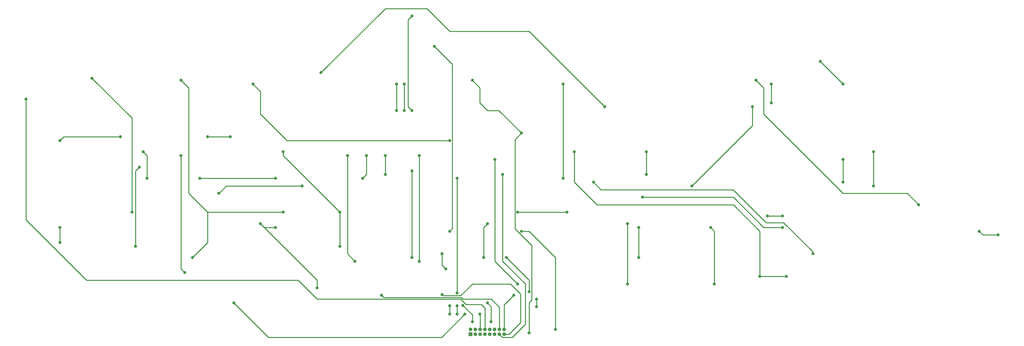
<source format=gtl>
G04 #@! TF.GenerationSoftware,KiCad,Pcbnew,(5.1.10)-1*
G04 #@! TF.CreationDate,2022-07-15T10:43:49-04:00*
G04 #@! TF.ProjectId,CoCo2SwitchBoard,436f436f-3253-4776-9974-6368426f6172,1.0*
G04 #@! TF.SameCoordinates,Original*
G04 #@! TF.FileFunction,Copper,L1,Top*
G04 #@! TF.FilePolarity,Positive*
%FSLAX46Y46*%
G04 Gerber Fmt 4.6, Leading zero omitted, Abs format (unit mm)*
G04 Created by KiCad (PCBNEW (5.1.10)-1) date 2022-07-15 10:43:49*
%MOMM*%
%LPD*%
G01*
G04 APERTURE LIST*
G04 #@! TA.AperFunction,ComponentPad*
%ADD10O,1.000000X1.000000*%
G04 #@! TD*
G04 #@! TA.AperFunction,ComponentPad*
%ADD11R,1.000000X1.000000*%
G04 #@! TD*
G04 #@! TA.AperFunction,ViaPad*
%ADD12C,0.800000*%
G04 #@! TD*
G04 #@! TA.AperFunction,Conductor*
%ADD13C,0.250000*%
G04 #@! TD*
G04 APERTURE END LIST*
D10*
X144449800Y-2030000D03*
X144449800Y-3300000D03*
X143179800Y-2030000D03*
X143179800Y-3300000D03*
X141909800Y-2030000D03*
X141909800Y-3300000D03*
X140639800Y-2030000D03*
X140639800Y-3300000D03*
X139369800Y-2030000D03*
X139369800Y-3300000D03*
X138099800Y-2030000D03*
X138099800Y-3300000D03*
X136829800Y-2030000D03*
X136829800Y-3300000D03*
X135559800Y-2030000D03*
D11*
X135559800Y-3300000D03*
D12*
X46000000Y29000000D03*
X194000000Y36000000D03*
X210000000Y57000000D03*
X215000000Y58000000D03*
X215000000Y63000000D03*
X120000000Y56000000D03*
X120000000Y81000000D03*
X122000000Y16000000D03*
X122000000Y44000000D03*
X69000000Y34000000D03*
X91000000Y36000000D03*
X113000000Y39000000D03*
X113000000Y44000000D03*
X180000000Y17000000D03*
X180000000Y25000000D03*
X147000000Y6999984D03*
X35487340Y64512660D03*
X116000000Y56000000D03*
X116000000Y63000000D03*
X211000000Y64000000D03*
X254000000Y31000000D03*
X105000000Y16000000D03*
X103000000Y44000000D03*
X128000000Y7175021D03*
X160000000Y38000000D03*
X160000000Y63000000D03*
X226000000Y18000000D03*
X168000000Y37000000D03*
X80000000Y26000000D03*
X95000000Y9000000D03*
X112000000Y7000000D03*
X84000000Y25000000D03*
X27000000Y48000000D03*
X43000000Y49000000D03*
X66000000Y49000000D03*
X72000000Y49000000D03*
X101000000Y29000000D03*
X86000000Y45000000D03*
X101000000Y20000000D03*
X182000000Y39000000D03*
X182000000Y45000000D03*
X144000000Y39000000D03*
X60000000Y13000000D03*
X59000000Y44000000D03*
X73000000Y5000000D03*
X171000000Y57000000D03*
X96000000Y66000000D03*
X134000000Y2000000D03*
X59000000Y64000000D03*
X86000000Y29000000D03*
X107000000Y38000000D03*
X108000000Y44000000D03*
X118000000Y56000000D03*
X118000000Y63000000D03*
X136000000Y64000000D03*
X149000000Y50000000D03*
X163000000Y45000000D03*
X212000000Y12000000D03*
X219000000Y12000000D03*
X62000000Y17000000D03*
X151000000Y-3000000D03*
X149000000Y50000000D03*
X27000000Y21000000D03*
X27000000Y25000000D03*
X177000000Y26000000D03*
X177000000Y10000000D03*
X148000000Y29000000D03*
X161000000Y29000000D03*
X234000000Y43000000D03*
X234000000Y37000000D03*
X218000000Y25000000D03*
X181000000Y33000000D03*
X84000000Y38000000D03*
X64000000Y38000000D03*
X50000000Y38000000D03*
X49000000Y45000000D03*
X140000000Y26000000D03*
X140987347Y-12653D03*
X140000000Y5000000D03*
X151000000Y8000000D03*
X145000000Y17000000D03*
X139000000Y17000000D03*
X78000000Y63000000D03*
X130000000Y48000000D03*
X199000000Y25000000D03*
X200000000Y10000000D03*
X142000000Y43000000D03*
X148000000Y10000000D03*
X153000000Y4000000D03*
X153000000Y6000000D03*
X214000018Y28000000D03*
X218000000Y28000000D03*
X18000000Y59000000D03*
X234000000Y63000000D03*
X228000000Y69000000D03*
X138000000Y2000014D03*
X126000000Y73000000D03*
X130000000Y24000000D03*
X275000000Y23000000D03*
X270000000Y24000000D03*
X158000000Y-2000000D03*
X149000000Y24000000D03*
X48000000Y41000000D03*
X47000000Y20000000D03*
X136000000Y0D03*
X129000000Y14000000D03*
X128000000Y18000000D03*
X133523846Y4348824D03*
X132000000Y2000000D03*
X132000000Y38000000D03*
X132000000Y4274988D03*
X132000000Y7625032D03*
X130000000Y2000000D03*
X130000000Y4225000D03*
X120000000Y17000000D03*
X120000000Y40000000D03*
X242000000Y45000000D03*
X242000000Y36000000D03*
D13*
X210000000Y52000000D02*
X210000000Y57000000D01*
X194000000Y36000000D02*
X210000000Y52000000D01*
X215000000Y58000000D02*
X215000000Y63000000D01*
X120000000Y56000000D02*
X119000000Y57000000D01*
X119000000Y80000000D02*
X120000000Y81000000D01*
X119000000Y57000000D02*
X119000000Y80000000D01*
X122000000Y16000000D02*
X122000000Y44000000D01*
X71000000Y36000000D02*
X91000000Y36000000D01*
X69000000Y34000000D02*
X71000000Y36000000D01*
X113000000Y39000000D02*
X113000000Y44000000D01*
X180000000Y17000000D02*
X180000000Y25000000D01*
X144449800Y-2030000D02*
X144449800Y4449784D01*
X144449800Y4449784D02*
X147000000Y6999984D01*
X46000000Y54000000D02*
X35487340Y64512660D01*
X46000000Y29000000D02*
X46000000Y54000000D01*
X116000000Y56000000D02*
X116000000Y63000000D01*
X211000000Y64000000D02*
X213000000Y62000000D01*
X213000000Y62000000D02*
X213000000Y55000000D01*
X213000000Y55000000D02*
X234000000Y34000000D01*
X251000000Y34000000D02*
X254000000Y31000000D01*
X234000000Y34000000D02*
X251000000Y34000000D01*
X103000000Y18000000D02*
X103000000Y44000000D01*
X105000000Y16000000D02*
X103000000Y18000000D01*
X132897991Y6900022D02*
X128274999Y6900022D01*
X135997969Y10000000D02*
X132897991Y6900022D01*
X146073002Y10000000D02*
X135997969Y10000000D01*
X148725001Y7348001D02*
X146073002Y10000000D01*
X148725001Y-274999D02*
X148725001Y7348001D01*
X145700000Y-3300000D02*
X148725001Y-274999D01*
X128274999Y6900022D02*
X128000000Y7175021D01*
X144449800Y-3300000D02*
X145700000Y-3300000D01*
X160000000Y38000000D02*
X160000000Y63000000D01*
X95000000Y11000000D02*
X95000000Y9000000D01*
X80000000Y26000000D02*
X95000000Y11000000D01*
X81000000Y25000000D02*
X80000000Y26000000D01*
X84000000Y25000000D02*
X81000000Y25000000D01*
X143179800Y3820200D02*
X143179800Y-2030000D01*
X133534401Y6000000D02*
X141000000Y6000000D01*
X141000000Y6000000D02*
X143179800Y3820200D01*
X133084390Y6450011D02*
X133534401Y6000000D01*
X112549989Y6450011D02*
X133084390Y6450011D01*
X112000000Y7000000D02*
X112549989Y6450011D01*
X170000000Y35000000D02*
X168000000Y37000000D01*
X204926998Y35000000D02*
X170000000Y35000000D01*
X213651999Y26274999D02*
X204926998Y35000000D01*
X218290686Y26274999D02*
X213651999Y26274999D01*
X226000000Y18565685D02*
X218290686Y26274999D01*
X226000000Y18000000D02*
X226000000Y18565685D01*
X28000000Y49000000D02*
X43000000Y49000000D01*
X27000000Y48000000D02*
X28000000Y49000000D01*
X66000000Y49000000D02*
X72000000Y49000000D01*
X86000000Y44000000D02*
X86000000Y45000000D01*
X101000000Y29000000D02*
X86000000Y44000000D01*
X101000000Y20000000D02*
X101000000Y29000000D01*
X182000000Y39000000D02*
X182000000Y45000000D01*
X150000000Y-636410D02*
X150000000Y10036501D01*
X144000000Y16036501D02*
X144000000Y39000000D01*
X146511409Y-4125001D02*
X150000000Y-636410D01*
X150000000Y10036501D02*
X144000000Y16036501D01*
X144004801Y-4125001D02*
X146511409Y-4125001D01*
X143179800Y-3300000D02*
X144004801Y-4125001D01*
X59000000Y14000000D02*
X59000000Y44000000D01*
X60000000Y13000000D02*
X59000000Y14000000D01*
X171000000Y57000000D02*
X166000000Y62000000D01*
X166000000Y62000000D02*
X151000000Y77000000D01*
X151000000Y77000000D02*
X130000000Y77000000D01*
X130000000Y77000000D02*
X124000000Y83000000D01*
X113000000Y83000000D02*
X96000000Y66000000D01*
X124000000Y83000000D02*
X113000000Y83000000D01*
X127874999Y-4125001D02*
X134000000Y2000000D01*
X73000000Y5000000D02*
X82125001Y-4125001D01*
X82125001Y-4125001D02*
X127874999Y-4125001D01*
X59000000Y64000000D02*
X61000000Y62000000D01*
X61000000Y62000000D02*
X61000000Y34000000D01*
X66000000Y29000000D02*
X86000000Y29000000D01*
X61000000Y34000000D02*
X66000000Y29000000D01*
X108000000Y39000000D02*
X108000000Y44000000D01*
X107000000Y38000000D02*
X108000000Y39000000D01*
X118000000Y56000000D02*
X118000000Y63000000D01*
X136000000Y64000000D02*
X138000000Y62000000D01*
X138000000Y62000000D02*
X138000000Y58000000D01*
X138000000Y58000000D02*
X140000000Y56000000D01*
X143000000Y56000000D02*
X149000000Y50000000D01*
X140000000Y56000000D02*
X143000000Y56000000D01*
X219000000Y12000000D02*
X212000000Y12000000D01*
X62000000Y17000000D02*
X66000000Y21000000D01*
X66000000Y21000000D02*
X66000000Y29000000D01*
X147274999Y48274999D02*
X149000000Y50000000D01*
X147274999Y24651999D02*
X147274999Y48274999D01*
X151725001Y20201997D02*
X147274999Y24651999D01*
X151725001Y5798003D02*
X151725001Y20201997D01*
X151000000Y5073002D02*
X151725001Y5798003D01*
X151000000Y-3000000D02*
X151000000Y5073002D01*
X212000000Y24000000D02*
X212000000Y12000000D01*
X205000000Y31000000D02*
X212000000Y24000000D01*
X169000000Y31000000D02*
X205000000Y31000000D01*
X163000000Y37000000D02*
X169000000Y31000000D01*
X163000000Y45000000D02*
X163000000Y37000000D01*
X27000000Y21000000D02*
X27000000Y25000000D01*
X177000000Y26000000D02*
X177000000Y10000000D01*
X148000000Y29000000D02*
X161000000Y29000000D01*
X234000000Y43000000D02*
X234000000Y37000000D01*
X84000000Y38000000D02*
X64000000Y38000000D01*
X50000000Y44000000D02*
X49000000Y45000000D01*
X50000000Y38000000D02*
X50000000Y44000000D01*
X140000000Y26000000D02*
X139000000Y25000000D01*
X140987347Y4012653D02*
X140000000Y5000000D01*
X140987347Y-12653D02*
X140987347Y4012653D01*
X151000000Y8000000D02*
X151000000Y11000000D01*
X151000000Y11000000D02*
X145000000Y17000000D01*
X139000000Y25000000D02*
X139000000Y17000000D01*
X205000000Y33000000D02*
X181000000Y33000000D01*
X213000000Y25000000D02*
X205000000Y33000000D01*
X218000000Y25000000D02*
X213000000Y25000000D01*
X78000000Y63000000D02*
X80000000Y61000000D01*
X80000000Y61000000D02*
X80000000Y55000000D01*
X87000000Y48000000D02*
X130000000Y48000000D01*
X80000000Y55000000D02*
X87000000Y48000000D01*
X200000000Y24000000D02*
X200000000Y10000000D01*
X199000000Y25000000D02*
X200000000Y24000000D01*
X142000000Y16000000D02*
X148000000Y10000000D01*
X142000000Y43000000D02*
X142000000Y16000000D01*
X153000000Y4000000D02*
X153000000Y6000000D01*
X214000018Y28000000D02*
X218000000Y28000000D01*
X234000000Y63000000D02*
X228000000Y69000000D01*
X139369800Y3630200D02*
X139369800Y-2030000D01*
X134348001Y4549989D02*
X138450011Y4549989D01*
X138450011Y4549989D02*
X139369800Y3630200D01*
X132897991Y6000000D02*
X134348001Y4549989D01*
X95000000Y6000000D02*
X132897991Y6000000D01*
X34000000Y11000000D02*
X90000000Y11000000D01*
X90000000Y11000000D02*
X95000000Y6000000D01*
X18000000Y27000000D02*
X34000000Y11000000D01*
X18000000Y59000000D02*
X18000000Y27000000D01*
X138099800Y-2030000D02*
X138099800Y1900214D01*
X138099800Y1900214D02*
X138000000Y2000014D01*
X130725001Y24725001D02*
X130000000Y24000000D01*
X130725001Y68274999D02*
X130725001Y24725001D01*
X126000000Y73000000D02*
X130725001Y68274999D01*
X271000000Y23000000D02*
X270000000Y24000000D01*
X275000000Y23000000D02*
X271000000Y23000000D01*
X151000000Y24000000D02*
X149000000Y24000000D01*
X158000000Y17000000D02*
X151000000Y24000000D01*
X158000000Y-2000000D02*
X158000000Y17000000D01*
X47000000Y40000000D02*
X47000000Y20000000D01*
X48000000Y41000000D02*
X47000000Y40000000D01*
X128000000Y15000000D02*
X128000000Y18000000D01*
X129000000Y14000000D02*
X128000000Y15000000D01*
X136000000Y1872670D02*
X133523846Y4348824D01*
X136000000Y0D02*
X136000000Y1872670D01*
X132000000Y2000000D02*
X132000000Y4274988D01*
X132000000Y38000000D02*
X132000000Y7625032D01*
X130000000Y2000000D02*
X130000000Y4225000D01*
X120000000Y17000000D02*
X120000000Y40000000D01*
X242000000Y45000000D02*
X242000000Y36000000D01*
M02*

</source>
